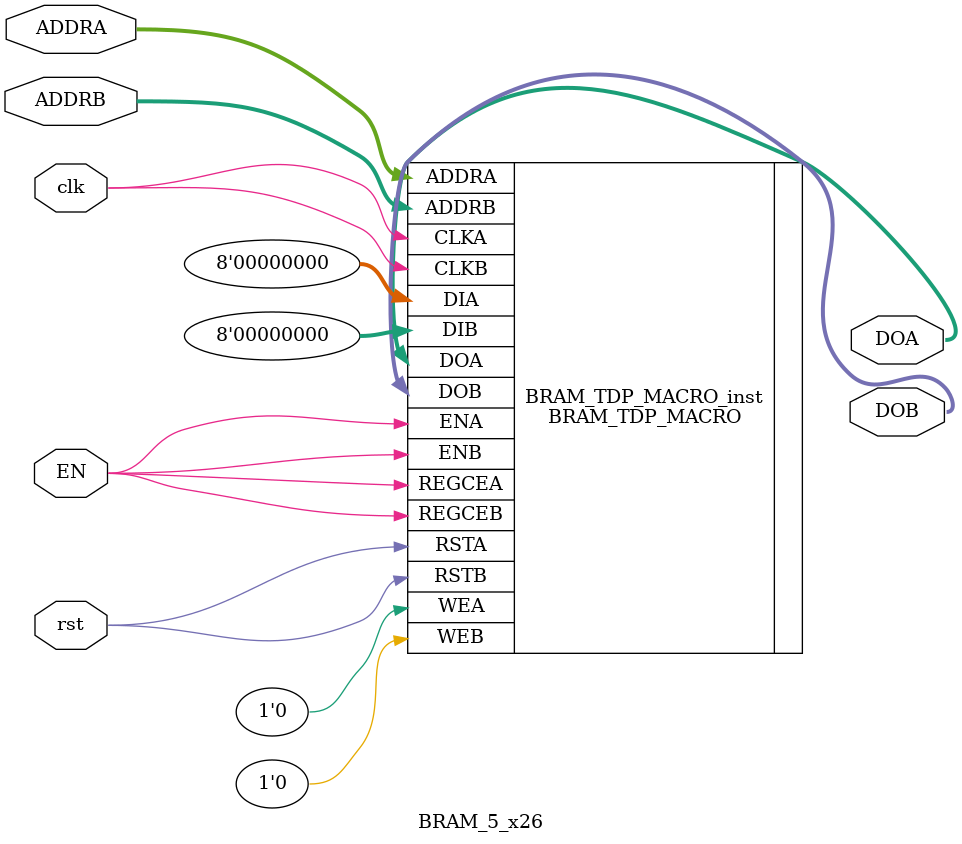
<source format=v>

module BRAM_5_x26(
    input [9:0] ADDRA,
    input [9:0] ADDRB,
    input clk,
    input rst, input EN,
    output [7:0] DOA,
    output [7:0] DOB
    );



// Spartan-6
// Xilinx HDL Libraries Guide, version 14.7
//////////////////////////////////////////////////////////////////////////
// DATA_WIDTH_A/B | BRAM_SIZE | RAM Depth | ADDRA/B Width | WEA/B Width //
// ===============|===========|===========|===============|=============//
// 19-36 | "18Kb" | 512 | 9-bit | 4-bit //
// 10-18 | "18Kb" | 1024 | 10-bit | 2-bit //
// 10-18 | "9Kb" | 512 | 9-bit | 2-bit //
// 5-9 | "18Kb" | 2048 | 11-bit | 1-bit //
// 5-9 | "9Kb" | 1024 | 10-bit | 1-bit //
// 3-4 | "18Kb" | 4096 | 12-bit | 1-bit //
// 3-4 | "9Kb" | 2048 | 11-bit | 1-bit //
// 2 | "18Kb" | 8192 | 13-bit | 1-bit //
// 2 | "9Kb" | 4096 | 12-bit | 1-bit //
// 1 | "18Kb" | 16384 | 14-bit | 1-bit //
// 1 | "9Kb" | 8192 | 12-bit | 1-bit //
//////////////////////////////////////////////////////////////////////////
BRAM_TDP_MACRO #(
	.BRAM_SIZE("9Kb"), // Target BRAM: "9Kb" or "18Kb"
	.DEVICE("SPARTAN6"), // Target device: "VIRTEX5", "VIRTEX6", "SPARTAN6"
	.DOA_REG(1), // Optional port A output register (0 or 1)
	.DOB_REG(1), // Optional port B output register (0 or 1)
	.INIT_A(36'h0123), // Initial values on port A output port
	.INIT_B(36'h3210), // Initial values on port B output port
	.INIT_FILE ("NONE"),
		.READ_WIDTH_A (8), // Valid values are 1-36
	.READ_WIDTH_B (8), // Valid values are 1-36
	.SIM_COLLISION_CHECK ("NONE"), // Collision check enable "ALL", "WARNING_ONLY",
	// "GENERATE_X_ONLY" or "NONE"
	.SRVAL_A(36'h00000000), // Set/Reset value for port A output
	.SRVAL_B(36'h00000000), // Set/Reset value for port B output
	.WRITE_MODE_A("WRITE_FIRST"), // "WRITE_FIRST", "READ_FIRST", or "NO_CHANGE"
	.WRITE_MODE_B("WRITE_FIRST"), // "WRITE_FIRST", "READ_FIRST", or "NO_CHANGE"
	.WRITE_WIDTH_A(8), // Valid values are 1-36
	.WRITE_WIDTH_B(8), // Valid values are 1-36
	
.INIT_00(256'hF57394117AEB00006FDAAB2EDA7800009F3E0000DAE9000040D2000000000000),
.INIT_01(256'h1CA84FCA0CAF0A0A60E77AFF4ADA0000B4270000BFBE00008727000089BB0000),
.INIT_02(256'hF91E15139C6CCF4C7324BA3F73330000EC2C2CAF520073F09FEF00007B990000),
.INIT_03(256'hB96C686E11D331B2214439BCEC9E00006E9C8A09CCAC870405475252FD2D0000),
.INIT_04(256'h1FB723A68D320000A13A78FD6DE1000060EF6464EBF600009B270000715F0000),
.INIT_05(256'h6DBBD31A8140C08CF613418844B609451CED83CF385B064AC80A24688DDDC589),
.INIT_06(256'hF73E292F8F5144C76B12D055127CB9B94EA07AF93E4241C22B75000065A90000),
.INIT_07(256'h388F6B216CCC64AB7572AF662030A4E88F1F2FE00200A7683111622E8230D19D),
.INIT_08(256'h2AAC4BCEA534DFDFB00574F105A7DFDF40E1DFDF0536DFDF9F0DDFDFDFDFDFDF),
.INIT_09(256'hC3779015D370D5D5BF38A5209505DFDF6BF8DFDF6061DFDF58F8DFDF5664DFDF),
.INIT_0A(256'h26C1CACC43B31093ACFB65E0ACECDFDF33F3F3708DDFAC2F4030DFDFA446DFDF),
.INIT_0B(256'h66B3B7B1CE0CEE6DFE9BE6633341DFDFB14355D6137358DBDA988D8D22F2DFDF),
.INIT_0C(256'hC068FC7952EDDFDF7EE5A722B23EDFDFBF30BBBB3429DFDF44F8DFDFAE80DFDF),
.INIT_0D(256'hB2640CC55E9F1F5329CC9E579B69D69AC3325C10E784D99517D5FBB752021A56),
.INIT_0E(256'h28E1F6F0508E9B18B4CD0F8ACDA36666917FA526E19D9E1DF4AADFDFBA76DFDF),
.INIT_0F(256'hE750B4FEB313BB74AAAD70B9FFEF7B3750C0F03FDDDF78B7EECEBDF15DEF0E42),
.INIT_10(256'h6D1B4C16B8DF00009B455309559A00005DBE0000DA72000083C8000000000000),
.INIT_11(256'hDD7C4A1043F35F5FBFB60A503A2200000E3A00009BE400001B8700008A5D0000),
.INIT_12(256'h5C8E67C75D9E7389BB3BE0BA4ADB00002265DD27C2CE36CCA8BD0000A7F90000),
.INIT_13(256'h55504DED8C98936999CE2A70B0F60000C858F10BA972897336F49393B8310000),
.INIT_14(256'hA9BF87DDEBEC00000BB5277DED4200006AE9BFBF0EC60000E0CB00003F5F0000),
.INIT_15(256'h9E3C3C0552E12744DBD1B089B3A80B68EBDC573458242D4ED9469BF8D1055E3D),
.INIT_16(256'hAE1C02A2389BDD271DFD3A60C435AEAE8DAA62988EE236CC53260000003E0000),
.INIT_17(256'h4244F734C9DE27BEA9FD5C656D28C7A4D744C45D9048C65F0ECF6A0919933C5F),
.INIT_18(256'hB2C493C96700DFDF449A8CD68A45DFDF8261DFDF05ADDFDF5C17DFDFDFDFDFDF),
.INIT_19(256'h02A395CF9C2C80806069D58FE5FDDFDFD1E5DFDF443BDFDFC458DFDF5582DFDF),
.INIT_1A(256'h8351B8188241AC5664E43F659504DFDFFDBA02F81D11E9137762DFDF7826DFDF),
.INIT_1B(256'h8A8F923253474CB64611F5AF6F29DFDF17872ED476AD56ACE92B4C4C67EEDFDF),
.INIT_1C(256'h766058023433DFDFD46AF8A2329DDFDFB5366060D119DFDF3F14DFDFE080DFDF),
.INIT_1D(256'h41E3E3DA8D3EF89B040E6F566C77D4B7340388EB87FBF291069944270EDA81E2),
.INIT_1E(256'h71C3DD7DE74402F8C222E5BF1BEA71715275BD47513DE9138CF9DFDFDFE1DFDF),
.INIT_1F(256'h9D9B28EB1601F861762283BAB2F7187B089B1B824F971980D110B5D6C64CE380),



	
	//===============================================================================
	
	.INIT_20(256'h0000000000000000000000000000000000000000000000000000000000000000),
	.INIT_21(256'h0000000000000000000000000000000000000000000000000000000000000000),
	.INIT_22(256'h0000000000000000000000000000000000000000000000000000000000000000),
	.INIT_23(256'h0000000000000000000000000000000000000000000000000000000000000000),
	.INIT_24(256'h0000000000000000000000000000000000000000000000000000000000000000),
	.INIT_25(256'h0000000000000000000000000000000000000000000000000000000000000000),
	.INIT_26(256'h0000000000000000000000000000000000000000000000000000000000000000),
	.INIT_27(256'h0000000000000000000000000000000000000000000000000000000000000000),
	.INIT_28(256'h0000000000000000000000000000000000000000000000000000000000000000),
	.INIT_29(256'h0000000000000000000000000000000000000000000000000000000000000000),
	.INIT_2A(256'h0000000000000000000000000000000000000000000000000000000000000000),
	.INIT_2B(256'h0000000000000000000000000000000000000000000000000000000000000000),
	.INIT_2C(256'h0000000000000000000000000000000000000000000000000000000000000000),
	.INIT_2D(256'h0000000000000000000000000000000000000000000000000000000000000000),
	.INIT_2E(256'h0000000000000000000000000000000000000000000000000000000000000000),
	.INIT_2F(256'h0000000000000000000000000000000000000000000000000000000000000000),
	.INIT_30(256'h0000000000000000000000000000000000000000000000000000000000000000),
	.INIT_31(256'h0000000000000000000000000000000000000000000000000000000000000000),
	.INIT_32(256'h0000000000000000000000000000000000000000000000000000000000000000),
	.INIT_33(256'h0000000000000000000000000000000000000000000000000000000000000000),
	.INIT_34(256'h0000000000000000000000000000000000000000000000000000000000000000),
	.INIT_35(256'h0000000000000000000000000000000000000000000000000000000000000000),
	.INIT_36(256'h0000000000000000000000000000000000000000000000000000000000000000),
	.INIT_37(256'h0000000000000000000000000000000000000000000000000000000000000000),
	.INIT_38(256'h0000000000000000000000000000000000000000000000000000000000000000),
	.INIT_39(256'h0000000000000000000000000000000000000000000000000000000000000000),
	.INIT_3A(256'h0000000000000000000000000000000000000000000000000000000000000000),
	.INIT_3B(256'h0000000000000000000000000000000000000000000000000000000000000000),
	.INIT_3C(256'h0000000000000000000000000000000000000000000000000000000000000000),
	.INIT_3D(256'h0000000000000000000000000000000000000000000000000000000000000000),
	.INIT_3E(256'h0000000000000000000000000000000000000000000000000000000000000000),
	.INIT_3F(256'h0000000000000000000000000000000000000000000000000000000000000000),


	// The next set of INITP_xx are for the parity bits
	.INITP_00(256'h0000000000000000000000000000000000000000000000000000000000000000),
	.INITP_01(256'h0000000000000000000000000000000000000000000000000000000000000000),
	.INITP_02(256'h0000000000000000000000000000000000000000000000000000000000000000),
	.INITP_03(256'h0000000000000000000000000000000000000000000000000000000000000000),
	// The next set of INITP_xx are for "18Kb" configuration only
	.INITP_04(256'h0000000000000000000000000000000000000000000000000000000000000000),
	.INITP_05(256'h0000000000000000000000000000000000000000000000000000000000000000),
	.INITP_06(256'h0000000000000000000000000000000000000000000000000000000000000000),
	.INITP_07(256'h0000000000000000000000000000000000000000000000000000000000000000)
) BRAM_TDP_MACRO_inst (
	.DOA(DOA), // Output port-A data, width defined by READ_WIDTH_A parameter
	.DOB(DOB), // Output port-B data, width defined by READ_WIDTH_B parameter
	.ADDRA(ADDRA), // Input port-A address, width defined by Port A depth
	.ADDRB(ADDRB), // Input port-B address, width defined by Port B depth
	.CLKA(clk), // 1-bit input port-A clock
	.CLKB(clk), // 1-bit input port-B clock
		.DIA(8'h0), // Input port-A data, width defined by WRITE_WIDTH_A parameter
	.DIB(8'h0), // Input port-B data, width defined by WRITE_WIDTH_B parameter
	.ENA(EN), // 1-bit input port-A enable
	.ENB(EN), // 1-bit input port-B enable
	.REGCEA(EN), // 1-bit input port-A output register enable
	.REGCEB(EN), // 1-bit input port-B output register enable
	.RSTA(rst), // 1-bit input port-A reset
	.RSTB(rst), // 1-bit input port-B reset
	.WEA(1'b0), // Input port-A write enable, width defined by Port A depth
	.WEB(1'b0) // Input port-B write enable, width defined by Port B depth
);
// End of BRAM_TDP_MACRO_inst instantiation
endmodule

</source>
